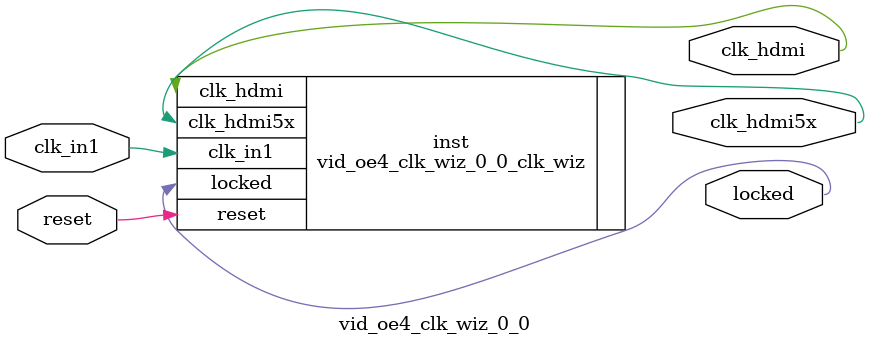
<source format=v>


`timescale 1ps/1ps

(* CORE_GENERATION_INFO = "vid_oe4_clk_wiz_0_0,clk_wiz_v6_0_11_0_0,{component_name=vid_oe4_clk_wiz_0_0,use_phase_alignment=true,use_min_o_jitter=false,use_max_i_jitter=false,use_dyn_phase_shift=false,use_inclk_switchover=false,use_dyn_reconfig=false,enable_axi=0,feedback_source=FDBK_AUTO,PRIMITIVE=MMCM,num_out_clk=2,clkin1_period=12.000,clkin2_period=10.0,use_power_down=false,use_reset=true,use_locked=true,use_inclk_stopped=false,feedback_type=SINGLE,CLOCK_MGR_TYPE=NA,manual_override=false}" *)

module vid_oe4_clk_wiz_0_0 
 (
  // Clock out ports
  output        clk_hdmi,
  output        clk_hdmi5x,
  // Status and control signals
  input         reset,
  output        locked,
 // Clock in ports
  input         clk_in1
 );

  vid_oe4_clk_wiz_0_0_clk_wiz inst
  (
  // Clock out ports  
  .clk_hdmi(clk_hdmi),
  .clk_hdmi5x(clk_hdmi5x),
  // Status and control signals               
  .reset(reset), 
  .locked(locked),
 // Clock in ports
  .clk_in1(clk_in1)
  );

endmodule

</source>
